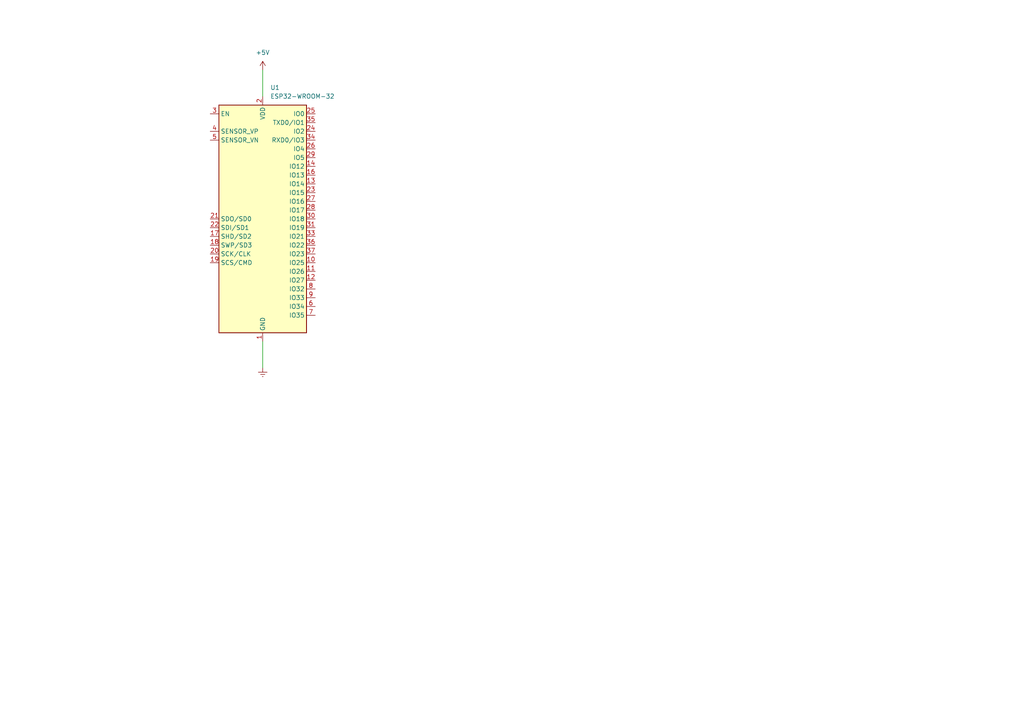
<source format=kicad_sch>
(kicad_sch (version 20230121) (generator eeschema)
  (paper "A4")
  (lib_symbols
    (symbol "RF_Module:ESP32-WROOM-32"
      (property "Reference" "U" (at -12.7 34.29 0))
      (property "Value" "ESP32-WROOM-32" (at 1.27 34.29 0))
      (symbol "ESP32-WROOM-32_0_1"
        (rectangle (start -12.7 33.02) (end 12.7 -33.02) (stroke (width 0.254)) (fill (type background)))
      )
      (symbol "ESP32-WROOM-32_1_1"
        (pin power_in line (at 0 -35.56 90) (length 2.54) (name "GND") (number "1"))
        (pin bidirectional line (at 15.24 -12.7 180) (length 2.54) (name "IO25") (number "10"))
        (pin bidirectional line (at 15.24 -15.24 180) (length 2.54) (name "IO26") (number "11"))
        (pin bidirectional line (at 15.24 -17.78 180) (length 2.54) (name "IO27") (number "12"))
        (pin bidirectional line (at 15.24 10.16 180) (length 2.54) (name "IO14") (number "13"))
        (pin bidirectional line (at 15.24 15.24 180) (length 2.54) (name "IO12") (number "14"))
        (pin passive line (at 0 -35.56 90) (length 2.54) hide (name "GND") (number "15"))
        (pin bidirectional line (at 15.24 12.7 180) (length 2.54) (name "IO13") (number "16"))
        (pin bidirectional line (at -15.24 -5.08 0) (length 2.54) (name "SHD/SD2") (number "17"))
        (pin bidirectional line (at -15.24 -7.62 0) (length 2.54) (name "SWP/SD3") (number "18"))
        (pin bidirectional line (at -15.24 -12.7 0) (length 2.54) (name "SCS/CMD") (number "19"))
        (pin power_in line (at 0 35.56 270) (length 2.54) (name "VDD") (number "2"))
        (pin bidirectional line (at -15.24 -10.16 0) (length 2.54) (name "SCK/CLK") (number "20"))
        (pin bidirectional line (at -15.24 0 0) (length 2.54) (name "SDO/SD0") (number "21"))
        (pin bidirectional line (at -15.24 -2.54 0) (length 2.54) (name "SDI/SD1") (number "22"))
        (pin bidirectional line (at 15.24 7.62 180) (length 2.54) (name "IO15") (number "23"))
        (pin bidirectional line (at 15.24 25.4 180) (length 2.54) (name "IO2") (number "24"))
        (pin bidirectional line (at 15.24 30.48 180) (length 2.54) (name "IO0") (number "25"))
        (pin bidirectional line (at 15.24 20.32 180) (length 2.54) (name "IO4") (number "26"))
        (pin bidirectional line (at 15.24 5.08 180) (length 2.54) (name "IO16") (number "27"))
        (pin bidirectional line (at 15.24 2.54 180) (length 2.54) (name "IO17") (number "28"))
        (pin bidirectional line (at 15.24 17.78 180) (length 2.54) (name "IO5") (number "29"))
        (pin input line (at -15.24 30.48 0) (length 2.54) (name "EN") (number "3"))
        (pin bidirectional line (at 15.24 0 180) (length 2.54) (name "IO18") (number "30"))
        (pin bidirectional line (at 15.24 -2.54 180) (length 2.54) (name "IO19") (number "31"))
        (pin no_connect line (at -12.7 -27.94 0) (length 2.54) hide (name "NC") (number "32"))
        (pin bidirectional line (at 15.24 -5.08 180) (length 2.54) (name "IO21") (number "33"))
        (pin bidirectional line (at 15.24 22.86 180) (length 2.54) (name "RXD0/IO3") (number "34"))
        (pin bidirectional line (at 15.24 27.94 180) (length 2.54) (name "TXD0/IO1") (number "35"))
        (pin bidirectional line (at 15.24 -7.62 180) (length 2.54) (name "IO22") (number "36"))
        (pin bidirectional line (at 15.24 -10.16 180) (length 2.54) (name "IO23") (number "37"))
        (pin passive line (at 0 -35.56 90) (length 2.54) hide (name "GND") (number "38"))
        (pin passive line (at 0 -35.56 90) (length 2.54) hide (name "GND") (number "39"))
        (pin input line (at -15.24 25.4 0) (length 2.54) (name "SENSOR_VP") (number "4"))
        (pin input line (at -15.24 22.86 0) (length 2.54) (name "SENSOR_VN") (number "5"))
        (pin input line (at 15.24 -25.4 180) (length 2.54) (name "IO34") (number "6"))
        (pin input line (at 15.24 -27.94 180) (length 2.54) (name "IO35") (number "7"))
        (pin bidirectional line (at 15.24 -20.32 180) (length 2.54) (name "IO32") (number "8"))
        (pin bidirectional line (at 15.24 -22.86 180) (length 2.54) (name "IO33") (number "9"))
      )
    )
    (symbol "power:+5V" (power) (pin_names (offset 0))
      (property "Value" "+5V" (at 0 3.556 0))
      (symbol "+5V_0_1"
        (polyline (pts (xy -0.762 1.27) (xy 0 2.54)))
        (polyline (pts (xy 0 0) (xy 0 2.54)))
        (polyline (pts (xy 0 2.54) (xy 0.762 1.27)))
      )
      (symbol "+5V_1_1"
        (pin power_in line (at 0 0 90) (length 0) hide (name "+5V") (number "1"))
      )
    )
    (symbol "power:Earth" (power) (pin_names (offset 0))
      (symbol "Earth_0_1"
        (polyline (pts (xy -0.635 -1.905) (xy 0.635 -1.905)))
        (polyline (pts (xy -0.127 -2.54) (xy 0.127 -2.54)))
        (polyline (pts (xy 0 -1.27) (xy 0 0)))
        (polyline (pts (xy 1.27 -1.27) (xy -1.27 -1.27)))
      )
      (symbol "Earth_1_1"
        (pin power_in line (at 0 0 270) (length 0) hide (name "Earth") (number "1"))
      )
    )
  )
  (wire (pts (xy 76.2 99.06) (xy 76.2 106.68)))
  (wire (pts (xy 76.2 20.32) (xy 76.2 27.94)))
  (symbol (lib_id "RF_Module:ESP32-WROOM-32") (at 76.2 63.5 0) (unit 1)
    (property "Reference" "U1" (at 78.3941 25.4 0) (effects (justify left)))
    (property "Value" "ESP32-WROOM-32" (at 78.3941 27.94 0) (effects (justify left)))
    (property "Footprint" "RF_Module:ESP32-WROOM-32" (effects hide))
    (property "Datasheet" "https://www.espressif.com/sites/default/files/documentation/esp32-wroom-32_datasheet_en.pdf" (effects hide))
  )
  (symbol (lib_id "power:+5V") (at 76.2 20.32 0) (unit 1)
    (property "Reference" "#PWR01" (effects hide))
    (property "Value" "+5V" (at 76.2 15.24 0))
  )
  (symbol (lib_id "power:Earth") (at 76.2 106.68 0) (unit 1)
    (property "Reference" "#PWR02" (effects hide))
    (property "Value" "Earth" (effects hide))
  )
)
</source>
